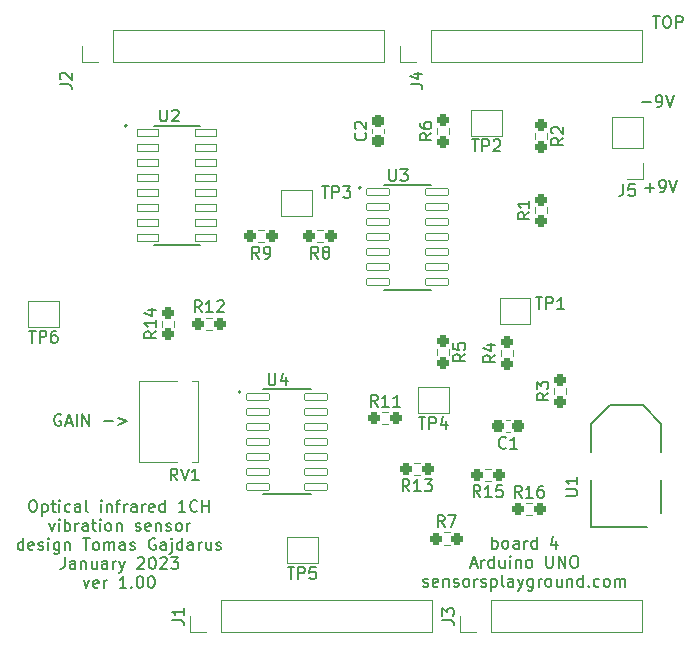
<source format=gto>
%TF.GenerationSoftware,KiCad,Pcbnew,(6.0.7)*%
%TF.CreationDate,2023-02-07T21:03:53+01:00*%
%TF.ProjectId,002 ardu ino shield,30303220-6172-4647-9520-696e6f207368,rev?*%
%TF.SameCoordinates,Original*%
%TF.FileFunction,Legend,Top*%
%TF.FilePolarity,Positive*%
%FSLAX46Y46*%
G04 Gerber Fmt 4.6, Leading zero omitted, Abs format (unit mm)*
G04 Created by KiCad (PCBNEW (6.0.7)) date 2023-02-07 21:03:53*
%MOMM*%
%LPD*%
G01*
G04 APERTURE LIST*
G04 Aperture macros list*
%AMRoundRect*
0 Rectangle with rounded corners*
0 $1 Rounding radius*
0 $2 $3 $4 $5 $6 $7 $8 $9 X,Y pos of 4 corners*
0 Add a 4 corners polygon primitive as box body*
4,1,4,$2,$3,$4,$5,$6,$7,$8,$9,$2,$3,0*
0 Add four circle primitives for the rounded corners*
1,1,$1+$1,$2,$3*
1,1,$1+$1,$4,$5*
1,1,$1+$1,$6,$7*
1,1,$1+$1,$8,$9*
0 Add four rect primitives between the rounded corners*
20,1,$1+$1,$2,$3,$4,$5,0*
20,1,$1+$1,$4,$5,$6,$7,0*
20,1,$1+$1,$6,$7,$8,$9,0*
20,1,$1+$1,$8,$9,$2,$3,0*%
G04 Aperture macros list end*
%ADD10C,0.150000*%
%ADD11C,0.120000*%
%ADD12C,0.127000*%
%ADD13C,0.200000*%
%ADD14R,1.700000X1.700000*%
%ADD15O,1.700000X1.700000*%
%ADD16C,2.500000*%
%ADD17C,1.000000*%
%ADD18C,1.500000*%
%ADD19RoundRect,0.237500X-0.250000X-0.237500X0.250000X-0.237500X0.250000X0.237500X-0.250000X0.237500X0*%
%ADD20C,1.800000*%
%ADD21RoundRect,0.042000X-0.908000X-0.258000X0.908000X-0.258000X0.908000X0.258000X-0.908000X0.258000X0*%
%ADD22RoundRect,0.042000X-0.943000X-0.258000X0.943000X-0.258000X0.943000X0.258000X-0.943000X0.258000X0*%
%ADD23RoundRect,0.237500X0.237500X-0.250000X0.237500X0.250000X-0.237500X0.250000X-0.237500X-0.250000X0*%
%ADD24RoundRect,0.237500X0.250000X0.237500X-0.250000X0.237500X-0.250000X-0.237500X0.250000X-0.237500X0*%
%ADD25C,3.200000*%
%ADD26RoundRect,0.237500X0.237500X-0.300000X0.237500X0.300000X-0.237500X0.300000X-0.237500X-0.300000X0*%
%ADD27RoundRect,0.237500X-0.237500X0.250000X-0.237500X-0.250000X0.237500X-0.250000X0.237500X0.250000X0*%
%ADD28C,1.440000*%
%ADD29RoundRect,0.237500X0.300000X0.237500X-0.300000X0.237500X-0.300000X-0.237500X0.300000X-0.237500X0*%
G04 APERTURE END LIST*
D10*
X165771428Y-46652380D02*
X166342857Y-46652380D01*
X166057142Y-47652380D02*
X166057142Y-46652380D01*
X166866666Y-46652380D02*
X167057142Y-46652380D01*
X167152380Y-46700000D01*
X167247619Y-46795238D01*
X167295238Y-46985714D01*
X167295238Y-47319047D01*
X167247619Y-47509523D01*
X167152380Y-47604761D01*
X167057142Y-47652380D01*
X166866666Y-47652380D01*
X166771428Y-47604761D01*
X166676190Y-47509523D01*
X166628571Y-47319047D01*
X166628571Y-46985714D01*
X166676190Y-46795238D01*
X166771428Y-46700000D01*
X166866666Y-46652380D01*
X167723809Y-47652380D02*
X167723809Y-46652380D01*
X168104761Y-46652380D01*
X168200000Y-46700000D01*
X168247619Y-46747619D01*
X168295238Y-46842857D01*
X168295238Y-46985714D01*
X168247619Y-47080952D01*
X168200000Y-47128571D01*
X168104761Y-47176190D01*
X167723809Y-47176190D01*
X113195238Y-87632380D02*
X113385714Y-87632380D01*
X113480952Y-87680000D01*
X113576190Y-87775238D01*
X113623809Y-87965714D01*
X113623809Y-88299047D01*
X113576190Y-88489523D01*
X113480952Y-88584761D01*
X113385714Y-88632380D01*
X113195238Y-88632380D01*
X113100000Y-88584761D01*
X113004761Y-88489523D01*
X112957142Y-88299047D01*
X112957142Y-87965714D01*
X113004761Y-87775238D01*
X113100000Y-87680000D01*
X113195238Y-87632380D01*
X114052380Y-87965714D02*
X114052380Y-88965714D01*
X114052380Y-88013333D02*
X114147619Y-87965714D01*
X114338095Y-87965714D01*
X114433333Y-88013333D01*
X114480952Y-88060952D01*
X114528571Y-88156190D01*
X114528571Y-88441904D01*
X114480952Y-88537142D01*
X114433333Y-88584761D01*
X114338095Y-88632380D01*
X114147619Y-88632380D01*
X114052380Y-88584761D01*
X114814285Y-87965714D02*
X115195238Y-87965714D01*
X114957142Y-87632380D02*
X114957142Y-88489523D01*
X115004761Y-88584761D01*
X115100000Y-88632380D01*
X115195238Y-88632380D01*
X115528571Y-88632380D02*
X115528571Y-87965714D01*
X115528571Y-87632380D02*
X115480952Y-87680000D01*
X115528571Y-87727619D01*
X115576190Y-87680000D01*
X115528571Y-87632380D01*
X115528571Y-87727619D01*
X116433333Y-88584761D02*
X116338095Y-88632380D01*
X116147619Y-88632380D01*
X116052380Y-88584761D01*
X116004761Y-88537142D01*
X115957142Y-88441904D01*
X115957142Y-88156190D01*
X116004761Y-88060952D01*
X116052380Y-88013333D01*
X116147619Y-87965714D01*
X116338095Y-87965714D01*
X116433333Y-88013333D01*
X117290476Y-88632380D02*
X117290476Y-88108571D01*
X117242857Y-88013333D01*
X117147619Y-87965714D01*
X116957142Y-87965714D01*
X116861904Y-88013333D01*
X117290476Y-88584761D02*
X117195238Y-88632380D01*
X116957142Y-88632380D01*
X116861904Y-88584761D01*
X116814285Y-88489523D01*
X116814285Y-88394285D01*
X116861904Y-88299047D01*
X116957142Y-88251428D01*
X117195238Y-88251428D01*
X117290476Y-88203809D01*
X117909523Y-88632380D02*
X117814285Y-88584761D01*
X117766666Y-88489523D01*
X117766666Y-87632380D01*
X119052380Y-88632380D02*
X119052380Y-87965714D01*
X119052380Y-87632380D02*
X119004761Y-87680000D01*
X119052380Y-87727619D01*
X119100000Y-87680000D01*
X119052380Y-87632380D01*
X119052380Y-87727619D01*
X119528571Y-87965714D02*
X119528571Y-88632380D01*
X119528571Y-88060952D02*
X119576190Y-88013333D01*
X119671428Y-87965714D01*
X119814285Y-87965714D01*
X119909523Y-88013333D01*
X119957142Y-88108571D01*
X119957142Y-88632380D01*
X120290476Y-87965714D02*
X120671428Y-87965714D01*
X120433333Y-88632380D02*
X120433333Y-87775238D01*
X120480952Y-87680000D01*
X120576190Y-87632380D01*
X120671428Y-87632380D01*
X121004761Y-88632380D02*
X121004761Y-87965714D01*
X121004761Y-88156190D02*
X121052380Y-88060952D01*
X121100000Y-88013333D01*
X121195238Y-87965714D01*
X121290476Y-87965714D01*
X122052380Y-88632380D02*
X122052380Y-88108571D01*
X122004761Y-88013333D01*
X121909523Y-87965714D01*
X121719047Y-87965714D01*
X121623809Y-88013333D01*
X122052380Y-88584761D02*
X121957142Y-88632380D01*
X121719047Y-88632380D01*
X121623809Y-88584761D01*
X121576190Y-88489523D01*
X121576190Y-88394285D01*
X121623809Y-88299047D01*
X121719047Y-88251428D01*
X121957142Y-88251428D01*
X122052380Y-88203809D01*
X122528571Y-88632380D02*
X122528571Y-87965714D01*
X122528571Y-88156190D02*
X122576190Y-88060952D01*
X122623809Y-88013333D01*
X122719047Y-87965714D01*
X122814285Y-87965714D01*
X123528571Y-88584761D02*
X123433333Y-88632380D01*
X123242857Y-88632380D01*
X123147619Y-88584761D01*
X123100000Y-88489523D01*
X123100000Y-88108571D01*
X123147619Y-88013333D01*
X123242857Y-87965714D01*
X123433333Y-87965714D01*
X123528571Y-88013333D01*
X123576190Y-88108571D01*
X123576190Y-88203809D01*
X123100000Y-88299047D01*
X124433333Y-88632380D02*
X124433333Y-87632380D01*
X124433333Y-88584761D02*
X124338095Y-88632380D01*
X124147619Y-88632380D01*
X124052380Y-88584761D01*
X124004761Y-88537142D01*
X123957142Y-88441904D01*
X123957142Y-88156190D01*
X124004761Y-88060952D01*
X124052380Y-88013333D01*
X124147619Y-87965714D01*
X124338095Y-87965714D01*
X124433333Y-88013333D01*
X126195238Y-88632380D02*
X125623809Y-88632380D01*
X125909523Y-88632380D02*
X125909523Y-87632380D01*
X125814285Y-87775238D01*
X125719047Y-87870476D01*
X125623809Y-87918095D01*
X127195238Y-88537142D02*
X127147619Y-88584761D01*
X127004761Y-88632380D01*
X126909523Y-88632380D01*
X126766666Y-88584761D01*
X126671428Y-88489523D01*
X126623809Y-88394285D01*
X126576190Y-88203809D01*
X126576190Y-88060952D01*
X126623809Y-87870476D01*
X126671428Y-87775238D01*
X126766666Y-87680000D01*
X126909523Y-87632380D01*
X127004761Y-87632380D01*
X127147619Y-87680000D01*
X127195238Y-87727619D01*
X127623809Y-88632380D02*
X127623809Y-87632380D01*
X127623809Y-88108571D02*
X128195238Y-88108571D01*
X128195238Y-88632380D02*
X128195238Y-87632380D01*
X114647619Y-89575714D02*
X114885714Y-90242380D01*
X115123809Y-89575714D01*
X115504761Y-90242380D02*
X115504761Y-89575714D01*
X115504761Y-89242380D02*
X115457142Y-89290000D01*
X115504761Y-89337619D01*
X115552380Y-89290000D01*
X115504761Y-89242380D01*
X115504761Y-89337619D01*
X115980952Y-90242380D02*
X115980952Y-89242380D01*
X115980952Y-89623333D02*
X116076190Y-89575714D01*
X116266666Y-89575714D01*
X116361904Y-89623333D01*
X116409523Y-89670952D01*
X116457142Y-89766190D01*
X116457142Y-90051904D01*
X116409523Y-90147142D01*
X116361904Y-90194761D01*
X116266666Y-90242380D01*
X116076190Y-90242380D01*
X115980952Y-90194761D01*
X116885714Y-90242380D02*
X116885714Y-89575714D01*
X116885714Y-89766190D02*
X116933333Y-89670952D01*
X116980952Y-89623333D01*
X117076190Y-89575714D01*
X117171428Y-89575714D01*
X117933333Y-90242380D02*
X117933333Y-89718571D01*
X117885714Y-89623333D01*
X117790476Y-89575714D01*
X117600000Y-89575714D01*
X117504761Y-89623333D01*
X117933333Y-90194761D02*
X117838095Y-90242380D01*
X117600000Y-90242380D01*
X117504761Y-90194761D01*
X117457142Y-90099523D01*
X117457142Y-90004285D01*
X117504761Y-89909047D01*
X117600000Y-89861428D01*
X117838095Y-89861428D01*
X117933333Y-89813809D01*
X118266666Y-89575714D02*
X118647619Y-89575714D01*
X118409523Y-89242380D02*
X118409523Y-90099523D01*
X118457142Y-90194761D01*
X118552380Y-90242380D01*
X118647619Y-90242380D01*
X118980952Y-90242380D02*
X118980952Y-89575714D01*
X118980952Y-89242380D02*
X118933333Y-89290000D01*
X118980952Y-89337619D01*
X119028571Y-89290000D01*
X118980952Y-89242380D01*
X118980952Y-89337619D01*
X119600000Y-90242380D02*
X119504761Y-90194761D01*
X119457142Y-90147142D01*
X119409523Y-90051904D01*
X119409523Y-89766190D01*
X119457142Y-89670952D01*
X119504761Y-89623333D01*
X119600000Y-89575714D01*
X119742857Y-89575714D01*
X119838095Y-89623333D01*
X119885714Y-89670952D01*
X119933333Y-89766190D01*
X119933333Y-90051904D01*
X119885714Y-90147142D01*
X119838095Y-90194761D01*
X119742857Y-90242380D01*
X119600000Y-90242380D01*
X120361904Y-89575714D02*
X120361904Y-90242380D01*
X120361904Y-89670952D02*
X120409523Y-89623333D01*
X120504761Y-89575714D01*
X120647619Y-89575714D01*
X120742857Y-89623333D01*
X120790476Y-89718571D01*
X120790476Y-90242380D01*
X121980952Y-90194761D02*
X122076190Y-90242380D01*
X122266666Y-90242380D01*
X122361904Y-90194761D01*
X122409523Y-90099523D01*
X122409523Y-90051904D01*
X122361904Y-89956666D01*
X122266666Y-89909047D01*
X122123809Y-89909047D01*
X122028571Y-89861428D01*
X121980952Y-89766190D01*
X121980952Y-89718571D01*
X122028571Y-89623333D01*
X122123809Y-89575714D01*
X122266666Y-89575714D01*
X122361904Y-89623333D01*
X123219047Y-90194761D02*
X123123809Y-90242380D01*
X122933333Y-90242380D01*
X122838095Y-90194761D01*
X122790476Y-90099523D01*
X122790476Y-89718571D01*
X122838095Y-89623333D01*
X122933333Y-89575714D01*
X123123809Y-89575714D01*
X123219047Y-89623333D01*
X123266666Y-89718571D01*
X123266666Y-89813809D01*
X122790476Y-89909047D01*
X123695238Y-89575714D02*
X123695238Y-90242380D01*
X123695238Y-89670952D02*
X123742857Y-89623333D01*
X123838095Y-89575714D01*
X123980952Y-89575714D01*
X124076190Y-89623333D01*
X124123809Y-89718571D01*
X124123809Y-90242380D01*
X124552380Y-90194761D02*
X124647619Y-90242380D01*
X124838095Y-90242380D01*
X124933333Y-90194761D01*
X124980952Y-90099523D01*
X124980952Y-90051904D01*
X124933333Y-89956666D01*
X124838095Y-89909047D01*
X124695238Y-89909047D01*
X124600000Y-89861428D01*
X124552380Y-89766190D01*
X124552380Y-89718571D01*
X124600000Y-89623333D01*
X124695238Y-89575714D01*
X124838095Y-89575714D01*
X124933333Y-89623333D01*
X125552380Y-90242380D02*
X125457142Y-90194761D01*
X125409523Y-90147142D01*
X125361904Y-90051904D01*
X125361904Y-89766190D01*
X125409523Y-89670952D01*
X125457142Y-89623333D01*
X125552380Y-89575714D01*
X125695238Y-89575714D01*
X125790476Y-89623333D01*
X125838095Y-89670952D01*
X125885714Y-89766190D01*
X125885714Y-90051904D01*
X125838095Y-90147142D01*
X125790476Y-90194761D01*
X125695238Y-90242380D01*
X125552380Y-90242380D01*
X126314285Y-90242380D02*
X126314285Y-89575714D01*
X126314285Y-89766190D02*
X126361904Y-89670952D01*
X126409523Y-89623333D01*
X126504761Y-89575714D01*
X126600000Y-89575714D01*
X112457142Y-91852380D02*
X112457142Y-90852380D01*
X112457142Y-91804761D02*
X112361904Y-91852380D01*
X112171428Y-91852380D01*
X112076190Y-91804761D01*
X112028571Y-91757142D01*
X111980952Y-91661904D01*
X111980952Y-91376190D01*
X112028571Y-91280952D01*
X112076190Y-91233333D01*
X112171428Y-91185714D01*
X112361904Y-91185714D01*
X112457142Y-91233333D01*
X113314285Y-91804761D02*
X113219047Y-91852380D01*
X113028571Y-91852380D01*
X112933333Y-91804761D01*
X112885714Y-91709523D01*
X112885714Y-91328571D01*
X112933333Y-91233333D01*
X113028571Y-91185714D01*
X113219047Y-91185714D01*
X113314285Y-91233333D01*
X113361904Y-91328571D01*
X113361904Y-91423809D01*
X112885714Y-91519047D01*
X113742857Y-91804761D02*
X113838095Y-91852380D01*
X114028571Y-91852380D01*
X114123809Y-91804761D01*
X114171428Y-91709523D01*
X114171428Y-91661904D01*
X114123809Y-91566666D01*
X114028571Y-91519047D01*
X113885714Y-91519047D01*
X113790476Y-91471428D01*
X113742857Y-91376190D01*
X113742857Y-91328571D01*
X113790476Y-91233333D01*
X113885714Y-91185714D01*
X114028571Y-91185714D01*
X114123809Y-91233333D01*
X114600000Y-91852380D02*
X114600000Y-91185714D01*
X114600000Y-90852380D02*
X114552380Y-90900000D01*
X114600000Y-90947619D01*
X114647619Y-90900000D01*
X114600000Y-90852380D01*
X114600000Y-90947619D01*
X115504761Y-91185714D02*
X115504761Y-91995238D01*
X115457142Y-92090476D01*
X115409523Y-92138095D01*
X115314285Y-92185714D01*
X115171428Y-92185714D01*
X115076190Y-92138095D01*
X115504761Y-91804761D02*
X115409523Y-91852380D01*
X115219047Y-91852380D01*
X115123809Y-91804761D01*
X115076190Y-91757142D01*
X115028571Y-91661904D01*
X115028571Y-91376190D01*
X115076190Y-91280952D01*
X115123809Y-91233333D01*
X115219047Y-91185714D01*
X115409523Y-91185714D01*
X115504761Y-91233333D01*
X115980952Y-91185714D02*
X115980952Y-91852380D01*
X115980952Y-91280952D02*
X116028571Y-91233333D01*
X116123809Y-91185714D01*
X116266666Y-91185714D01*
X116361904Y-91233333D01*
X116409523Y-91328571D01*
X116409523Y-91852380D01*
X117504761Y-90852380D02*
X118076190Y-90852380D01*
X117790476Y-91852380D02*
X117790476Y-90852380D01*
X118552380Y-91852380D02*
X118457142Y-91804761D01*
X118409523Y-91757142D01*
X118361904Y-91661904D01*
X118361904Y-91376190D01*
X118409523Y-91280952D01*
X118457142Y-91233333D01*
X118552380Y-91185714D01*
X118695238Y-91185714D01*
X118790476Y-91233333D01*
X118838095Y-91280952D01*
X118885714Y-91376190D01*
X118885714Y-91661904D01*
X118838095Y-91757142D01*
X118790476Y-91804761D01*
X118695238Y-91852380D01*
X118552380Y-91852380D01*
X119314285Y-91852380D02*
X119314285Y-91185714D01*
X119314285Y-91280952D02*
X119361904Y-91233333D01*
X119457142Y-91185714D01*
X119600000Y-91185714D01*
X119695238Y-91233333D01*
X119742857Y-91328571D01*
X119742857Y-91852380D01*
X119742857Y-91328571D02*
X119790476Y-91233333D01*
X119885714Y-91185714D01*
X120028571Y-91185714D01*
X120123809Y-91233333D01*
X120171428Y-91328571D01*
X120171428Y-91852380D01*
X121076190Y-91852380D02*
X121076190Y-91328571D01*
X121028571Y-91233333D01*
X120933333Y-91185714D01*
X120742857Y-91185714D01*
X120647619Y-91233333D01*
X121076190Y-91804761D02*
X120980952Y-91852380D01*
X120742857Y-91852380D01*
X120647619Y-91804761D01*
X120600000Y-91709523D01*
X120600000Y-91614285D01*
X120647619Y-91519047D01*
X120742857Y-91471428D01*
X120980952Y-91471428D01*
X121076190Y-91423809D01*
X121504761Y-91804761D02*
X121600000Y-91852380D01*
X121790476Y-91852380D01*
X121885714Y-91804761D01*
X121933333Y-91709523D01*
X121933333Y-91661904D01*
X121885714Y-91566666D01*
X121790476Y-91519047D01*
X121647619Y-91519047D01*
X121552380Y-91471428D01*
X121504761Y-91376190D01*
X121504761Y-91328571D01*
X121552380Y-91233333D01*
X121647619Y-91185714D01*
X121790476Y-91185714D01*
X121885714Y-91233333D01*
X123647619Y-90900000D02*
X123552380Y-90852380D01*
X123409523Y-90852380D01*
X123266666Y-90900000D01*
X123171428Y-90995238D01*
X123123809Y-91090476D01*
X123076190Y-91280952D01*
X123076190Y-91423809D01*
X123123809Y-91614285D01*
X123171428Y-91709523D01*
X123266666Y-91804761D01*
X123409523Y-91852380D01*
X123504761Y-91852380D01*
X123647619Y-91804761D01*
X123695238Y-91757142D01*
X123695238Y-91423809D01*
X123504761Y-91423809D01*
X124552380Y-91852380D02*
X124552380Y-91328571D01*
X124504761Y-91233333D01*
X124409523Y-91185714D01*
X124219047Y-91185714D01*
X124123809Y-91233333D01*
X124552380Y-91804761D02*
X124457142Y-91852380D01*
X124219047Y-91852380D01*
X124123809Y-91804761D01*
X124076190Y-91709523D01*
X124076190Y-91614285D01*
X124123809Y-91519047D01*
X124219047Y-91471428D01*
X124457142Y-91471428D01*
X124552380Y-91423809D01*
X125028571Y-91185714D02*
X125028571Y-92042857D01*
X124980952Y-92138095D01*
X124885714Y-92185714D01*
X124838095Y-92185714D01*
X125028571Y-90852380D02*
X124980952Y-90900000D01*
X125028571Y-90947619D01*
X125076190Y-90900000D01*
X125028571Y-90852380D01*
X125028571Y-90947619D01*
X125933333Y-91852380D02*
X125933333Y-90852380D01*
X125933333Y-91804761D02*
X125838095Y-91852380D01*
X125647619Y-91852380D01*
X125552380Y-91804761D01*
X125504761Y-91757142D01*
X125457142Y-91661904D01*
X125457142Y-91376190D01*
X125504761Y-91280952D01*
X125552380Y-91233333D01*
X125647619Y-91185714D01*
X125838095Y-91185714D01*
X125933333Y-91233333D01*
X126838095Y-91852380D02*
X126838095Y-91328571D01*
X126790476Y-91233333D01*
X126695238Y-91185714D01*
X126504761Y-91185714D01*
X126409523Y-91233333D01*
X126838095Y-91804761D02*
X126742857Y-91852380D01*
X126504761Y-91852380D01*
X126409523Y-91804761D01*
X126361904Y-91709523D01*
X126361904Y-91614285D01*
X126409523Y-91519047D01*
X126504761Y-91471428D01*
X126742857Y-91471428D01*
X126838095Y-91423809D01*
X127314285Y-91852380D02*
X127314285Y-91185714D01*
X127314285Y-91376190D02*
X127361904Y-91280952D01*
X127409523Y-91233333D01*
X127504761Y-91185714D01*
X127600000Y-91185714D01*
X128361904Y-91185714D02*
X128361904Y-91852380D01*
X127933333Y-91185714D02*
X127933333Y-91709523D01*
X127980952Y-91804761D01*
X128076190Y-91852380D01*
X128219047Y-91852380D01*
X128314285Y-91804761D01*
X128361904Y-91757142D01*
X128790476Y-91804761D02*
X128885714Y-91852380D01*
X129076190Y-91852380D01*
X129171428Y-91804761D01*
X129219047Y-91709523D01*
X129219047Y-91661904D01*
X129171428Y-91566666D01*
X129076190Y-91519047D01*
X128933333Y-91519047D01*
X128838095Y-91471428D01*
X128790476Y-91376190D01*
X128790476Y-91328571D01*
X128838095Y-91233333D01*
X128933333Y-91185714D01*
X129076190Y-91185714D01*
X129171428Y-91233333D01*
X115957142Y-92462380D02*
X115957142Y-93176666D01*
X115909523Y-93319523D01*
X115814285Y-93414761D01*
X115671428Y-93462380D01*
X115576190Y-93462380D01*
X116861904Y-93462380D02*
X116861904Y-92938571D01*
X116814285Y-92843333D01*
X116719047Y-92795714D01*
X116528571Y-92795714D01*
X116433333Y-92843333D01*
X116861904Y-93414761D02*
X116766666Y-93462380D01*
X116528571Y-93462380D01*
X116433333Y-93414761D01*
X116385714Y-93319523D01*
X116385714Y-93224285D01*
X116433333Y-93129047D01*
X116528571Y-93081428D01*
X116766666Y-93081428D01*
X116861904Y-93033809D01*
X117338095Y-92795714D02*
X117338095Y-93462380D01*
X117338095Y-92890952D02*
X117385714Y-92843333D01*
X117480952Y-92795714D01*
X117623809Y-92795714D01*
X117719047Y-92843333D01*
X117766666Y-92938571D01*
X117766666Y-93462380D01*
X118671428Y-92795714D02*
X118671428Y-93462380D01*
X118242857Y-92795714D02*
X118242857Y-93319523D01*
X118290476Y-93414761D01*
X118385714Y-93462380D01*
X118528571Y-93462380D01*
X118623809Y-93414761D01*
X118671428Y-93367142D01*
X119576190Y-93462380D02*
X119576190Y-92938571D01*
X119528571Y-92843333D01*
X119433333Y-92795714D01*
X119242857Y-92795714D01*
X119147619Y-92843333D01*
X119576190Y-93414761D02*
X119480952Y-93462380D01*
X119242857Y-93462380D01*
X119147619Y-93414761D01*
X119100000Y-93319523D01*
X119100000Y-93224285D01*
X119147619Y-93129047D01*
X119242857Y-93081428D01*
X119480952Y-93081428D01*
X119576190Y-93033809D01*
X120052380Y-93462380D02*
X120052380Y-92795714D01*
X120052380Y-92986190D02*
X120100000Y-92890952D01*
X120147619Y-92843333D01*
X120242857Y-92795714D01*
X120338095Y-92795714D01*
X120576190Y-92795714D02*
X120814285Y-93462380D01*
X121052380Y-92795714D02*
X120814285Y-93462380D01*
X120719047Y-93700476D01*
X120671428Y-93748095D01*
X120576190Y-93795714D01*
X122147619Y-92557619D02*
X122195238Y-92510000D01*
X122290476Y-92462380D01*
X122528571Y-92462380D01*
X122623809Y-92510000D01*
X122671428Y-92557619D01*
X122719047Y-92652857D01*
X122719047Y-92748095D01*
X122671428Y-92890952D01*
X122100000Y-93462380D01*
X122719047Y-93462380D01*
X123338095Y-92462380D02*
X123433333Y-92462380D01*
X123528571Y-92510000D01*
X123576190Y-92557619D01*
X123623809Y-92652857D01*
X123671428Y-92843333D01*
X123671428Y-93081428D01*
X123623809Y-93271904D01*
X123576190Y-93367142D01*
X123528571Y-93414761D01*
X123433333Y-93462380D01*
X123338095Y-93462380D01*
X123242857Y-93414761D01*
X123195238Y-93367142D01*
X123147619Y-93271904D01*
X123100000Y-93081428D01*
X123100000Y-92843333D01*
X123147619Y-92652857D01*
X123195238Y-92557619D01*
X123242857Y-92510000D01*
X123338095Y-92462380D01*
X124052380Y-92557619D02*
X124100000Y-92510000D01*
X124195238Y-92462380D01*
X124433333Y-92462380D01*
X124528571Y-92510000D01*
X124576190Y-92557619D01*
X124623809Y-92652857D01*
X124623809Y-92748095D01*
X124576190Y-92890952D01*
X124004761Y-93462380D01*
X124623809Y-93462380D01*
X124957142Y-92462380D02*
X125576190Y-92462380D01*
X125242857Y-92843333D01*
X125385714Y-92843333D01*
X125480952Y-92890952D01*
X125528571Y-92938571D01*
X125576190Y-93033809D01*
X125576190Y-93271904D01*
X125528571Y-93367142D01*
X125480952Y-93414761D01*
X125385714Y-93462380D01*
X125100000Y-93462380D01*
X125004761Y-93414761D01*
X124957142Y-93367142D01*
X117576190Y-94405714D02*
X117814285Y-95072380D01*
X118052380Y-94405714D01*
X118814285Y-95024761D02*
X118719047Y-95072380D01*
X118528571Y-95072380D01*
X118433333Y-95024761D01*
X118385714Y-94929523D01*
X118385714Y-94548571D01*
X118433333Y-94453333D01*
X118528571Y-94405714D01*
X118719047Y-94405714D01*
X118814285Y-94453333D01*
X118861904Y-94548571D01*
X118861904Y-94643809D01*
X118385714Y-94739047D01*
X119290476Y-95072380D02*
X119290476Y-94405714D01*
X119290476Y-94596190D02*
X119338095Y-94500952D01*
X119385714Y-94453333D01*
X119480952Y-94405714D01*
X119576190Y-94405714D01*
X121195238Y-95072380D02*
X120623809Y-95072380D01*
X120909523Y-95072380D02*
X120909523Y-94072380D01*
X120814285Y-94215238D01*
X120719047Y-94310476D01*
X120623809Y-94358095D01*
X121623809Y-94977142D02*
X121671428Y-95024761D01*
X121623809Y-95072380D01*
X121576190Y-95024761D01*
X121623809Y-94977142D01*
X121623809Y-95072380D01*
X122290476Y-94072380D02*
X122385714Y-94072380D01*
X122480952Y-94120000D01*
X122528571Y-94167619D01*
X122576190Y-94262857D01*
X122623809Y-94453333D01*
X122623809Y-94691428D01*
X122576190Y-94881904D01*
X122528571Y-94977142D01*
X122480952Y-95024761D01*
X122385714Y-95072380D01*
X122290476Y-95072380D01*
X122195238Y-95024761D01*
X122147619Y-94977142D01*
X122100000Y-94881904D01*
X122052380Y-94691428D01*
X122052380Y-94453333D01*
X122100000Y-94262857D01*
X122147619Y-94167619D01*
X122195238Y-94120000D01*
X122290476Y-94072380D01*
X123242857Y-94072380D02*
X123338095Y-94072380D01*
X123433333Y-94120000D01*
X123480952Y-94167619D01*
X123528571Y-94262857D01*
X123576190Y-94453333D01*
X123576190Y-94691428D01*
X123528571Y-94881904D01*
X123480952Y-94977142D01*
X123433333Y-95024761D01*
X123338095Y-95072380D01*
X123242857Y-95072380D01*
X123147619Y-95024761D01*
X123100000Y-94977142D01*
X123052380Y-94881904D01*
X123004761Y-94691428D01*
X123004761Y-94453333D01*
X123052380Y-94262857D01*
X123100000Y-94167619D01*
X123147619Y-94120000D01*
X123242857Y-94072380D01*
X115652380Y-80400000D02*
X115557142Y-80352380D01*
X115414285Y-80352380D01*
X115271428Y-80400000D01*
X115176190Y-80495238D01*
X115128571Y-80590476D01*
X115080952Y-80780952D01*
X115080952Y-80923809D01*
X115128571Y-81114285D01*
X115176190Y-81209523D01*
X115271428Y-81304761D01*
X115414285Y-81352380D01*
X115509523Y-81352380D01*
X115652380Y-81304761D01*
X115700000Y-81257142D01*
X115700000Y-80923809D01*
X115509523Y-80923809D01*
X116080952Y-81066666D02*
X116557142Y-81066666D01*
X115985714Y-81352380D02*
X116319047Y-80352380D01*
X116652380Y-81352380D01*
X116985714Y-81352380D02*
X116985714Y-80352380D01*
X117461904Y-81352380D02*
X117461904Y-80352380D01*
X118033333Y-81352380D01*
X118033333Y-80352380D01*
X119271428Y-80971428D02*
X120033333Y-80971428D01*
X120509523Y-80685714D02*
X121271428Y-80971428D01*
X120509523Y-81257142D01*
X164814285Y-53971428D02*
X165576190Y-53971428D01*
X166100000Y-54352380D02*
X166290476Y-54352380D01*
X166385714Y-54304761D01*
X166433333Y-54257142D01*
X166528571Y-54114285D01*
X166576190Y-53923809D01*
X166576190Y-53542857D01*
X166528571Y-53447619D01*
X166480952Y-53400000D01*
X166385714Y-53352380D01*
X166195238Y-53352380D01*
X166100000Y-53400000D01*
X166052380Y-53447619D01*
X166004761Y-53542857D01*
X166004761Y-53780952D01*
X166052380Y-53876190D01*
X166100000Y-53923809D01*
X166195238Y-53971428D01*
X166385714Y-53971428D01*
X166480952Y-53923809D01*
X166528571Y-53876190D01*
X166576190Y-53780952D01*
X166861904Y-53352380D02*
X167195238Y-54352380D01*
X167528571Y-53352380D01*
X165114285Y-61171428D02*
X165876190Y-61171428D01*
X165495238Y-61552380D02*
X165495238Y-60790476D01*
X166400000Y-61552380D02*
X166590476Y-61552380D01*
X166685714Y-61504761D01*
X166733333Y-61457142D01*
X166828571Y-61314285D01*
X166876190Y-61123809D01*
X166876190Y-60742857D01*
X166828571Y-60647619D01*
X166780952Y-60600000D01*
X166685714Y-60552380D01*
X166495238Y-60552380D01*
X166400000Y-60600000D01*
X166352380Y-60647619D01*
X166304761Y-60742857D01*
X166304761Y-60980952D01*
X166352380Y-61076190D01*
X166400000Y-61123809D01*
X166495238Y-61171428D01*
X166685714Y-61171428D01*
X166780952Y-61123809D01*
X166828571Y-61076190D01*
X166876190Y-60980952D01*
X167161904Y-60552380D02*
X167495238Y-61552380D01*
X167828571Y-60552380D01*
X152161904Y-91742380D02*
X152161904Y-90742380D01*
X152161904Y-91123333D02*
X152257142Y-91075714D01*
X152447619Y-91075714D01*
X152542857Y-91123333D01*
X152590476Y-91170952D01*
X152638095Y-91266190D01*
X152638095Y-91551904D01*
X152590476Y-91647142D01*
X152542857Y-91694761D01*
X152447619Y-91742380D01*
X152257142Y-91742380D01*
X152161904Y-91694761D01*
X153209523Y-91742380D02*
X153114285Y-91694761D01*
X153066666Y-91647142D01*
X153019047Y-91551904D01*
X153019047Y-91266190D01*
X153066666Y-91170952D01*
X153114285Y-91123333D01*
X153209523Y-91075714D01*
X153352380Y-91075714D01*
X153447619Y-91123333D01*
X153495238Y-91170952D01*
X153542857Y-91266190D01*
X153542857Y-91551904D01*
X153495238Y-91647142D01*
X153447619Y-91694761D01*
X153352380Y-91742380D01*
X153209523Y-91742380D01*
X154400000Y-91742380D02*
X154400000Y-91218571D01*
X154352380Y-91123333D01*
X154257142Y-91075714D01*
X154066666Y-91075714D01*
X153971428Y-91123333D01*
X154400000Y-91694761D02*
X154304761Y-91742380D01*
X154066666Y-91742380D01*
X153971428Y-91694761D01*
X153923809Y-91599523D01*
X153923809Y-91504285D01*
X153971428Y-91409047D01*
X154066666Y-91361428D01*
X154304761Y-91361428D01*
X154400000Y-91313809D01*
X154876190Y-91742380D02*
X154876190Y-91075714D01*
X154876190Y-91266190D02*
X154923809Y-91170952D01*
X154971428Y-91123333D01*
X155066666Y-91075714D01*
X155161904Y-91075714D01*
X155923809Y-91742380D02*
X155923809Y-90742380D01*
X155923809Y-91694761D02*
X155828571Y-91742380D01*
X155638095Y-91742380D01*
X155542857Y-91694761D01*
X155495238Y-91647142D01*
X155447619Y-91551904D01*
X155447619Y-91266190D01*
X155495238Y-91170952D01*
X155542857Y-91123333D01*
X155638095Y-91075714D01*
X155828571Y-91075714D01*
X155923809Y-91123333D01*
X157590476Y-91075714D02*
X157590476Y-91742380D01*
X157352380Y-90694761D02*
X157114285Y-91409047D01*
X157733333Y-91409047D01*
X150352380Y-93066666D02*
X150828571Y-93066666D01*
X150257142Y-93352380D02*
X150590476Y-92352380D01*
X150923809Y-93352380D01*
X151257142Y-93352380D02*
X151257142Y-92685714D01*
X151257142Y-92876190D02*
X151304761Y-92780952D01*
X151352380Y-92733333D01*
X151447619Y-92685714D01*
X151542857Y-92685714D01*
X152304761Y-93352380D02*
X152304761Y-92352380D01*
X152304761Y-93304761D02*
X152209523Y-93352380D01*
X152019047Y-93352380D01*
X151923809Y-93304761D01*
X151876190Y-93257142D01*
X151828571Y-93161904D01*
X151828571Y-92876190D01*
X151876190Y-92780952D01*
X151923809Y-92733333D01*
X152019047Y-92685714D01*
X152209523Y-92685714D01*
X152304761Y-92733333D01*
X153209523Y-92685714D02*
X153209523Y-93352380D01*
X152780952Y-92685714D02*
X152780952Y-93209523D01*
X152828571Y-93304761D01*
X152923809Y-93352380D01*
X153066666Y-93352380D01*
X153161904Y-93304761D01*
X153209523Y-93257142D01*
X153685714Y-93352380D02*
X153685714Y-92685714D01*
X153685714Y-92352380D02*
X153638095Y-92400000D01*
X153685714Y-92447619D01*
X153733333Y-92400000D01*
X153685714Y-92352380D01*
X153685714Y-92447619D01*
X154161904Y-92685714D02*
X154161904Y-93352380D01*
X154161904Y-92780952D02*
X154209523Y-92733333D01*
X154304761Y-92685714D01*
X154447619Y-92685714D01*
X154542857Y-92733333D01*
X154590476Y-92828571D01*
X154590476Y-93352380D01*
X155209523Y-93352380D02*
X155114285Y-93304761D01*
X155066666Y-93257142D01*
X155019047Y-93161904D01*
X155019047Y-92876190D01*
X155066666Y-92780952D01*
X155114285Y-92733333D01*
X155209523Y-92685714D01*
X155352380Y-92685714D01*
X155447619Y-92733333D01*
X155495238Y-92780952D01*
X155542857Y-92876190D01*
X155542857Y-93161904D01*
X155495238Y-93257142D01*
X155447619Y-93304761D01*
X155352380Y-93352380D01*
X155209523Y-93352380D01*
X156733333Y-92352380D02*
X156733333Y-93161904D01*
X156780952Y-93257142D01*
X156828571Y-93304761D01*
X156923809Y-93352380D01*
X157114285Y-93352380D01*
X157209523Y-93304761D01*
X157257142Y-93257142D01*
X157304761Y-93161904D01*
X157304761Y-92352380D01*
X157780952Y-93352380D02*
X157780952Y-92352380D01*
X158352380Y-93352380D01*
X158352380Y-92352380D01*
X159019047Y-92352380D02*
X159209523Y-92352380D01*
X159304761Y-92400000D01*
X159400000Y-92495238D01*
X159447619Y-92685714D01*
X159447619Y-93019047D01*
X159400000Y-93209523D01*
X159304761Y-93304761D01*
X159209523Y-93352380D01*
X159019047Y-93352380D01*
X158923809Y-93304761D01*
X158828571Y-93209523D01*
X158780952Y-93019047D01*
X158780952Y-92685714D01*
X158828571Y-92495238D01*
X158923809Y-92400000D01*
X159019047Y-92352380D01*
X146328571Y-94914761D02*
X146423809Y-94962380D01*
X146614285Y-94962380D01*
X146709523Y-94914761D01*
X146757142Y-94819523D01*
X146757142Y-94771904D01*
X146709523Y-94676666D01*
X146614285Y-94629047D01*
X146471428Y-94629047D01*
X146376190Y-94581428D01*
X146328571Y-94486190D01*
X146328571Y-94438571D01*
X146376190Y-94343333D01*
X146471428Y-94295714D01*
X146614285Y-94295714D01*
X146709523Y-94343333D01*
X147566666Y-94914761D02*
X147471428Y-94962380D01*
X147280952Y-94962380D01*
X147185714Y-94914761D01*
X147138095Y-94819523D01*
X147138095Y-94438571D01*
X147185714Y-94343333D01*
X147280952Y-94295714D01*
X147471428Y-94295714D01*
X147566666Y-94343333D01*
X147614285Y-94438571D01*
X147614285Y-94533809D01*
X147138095Y-94629047D01*
X148042857Y-94295714D02*
X148042857Y-94962380D01*
X148042857Y-94390952D02*
X148090476Y-94343333D01*
X148185714Y-94295714D01*
X148328571Y-94295714D01*
X148423809Y-94343333D01*
X148471428Y-94438571D01*
X148471428Y-94962380D01*
X148900000Y-94914761D02*
X148995238Y-94962380D01*
X149185714Y-94962380D01*
X149280952Y-94914761D01*
X149328571Y-94819523D01*
X149328571Y-94771904D01*
X149280952Y-94676666D01*
X149185714Y-94629047D01*
X149042857Y-94629047D01*
X148947619Y-94581428D01*
X148900000Y-94486190D01*
X148900000Y-94438571D01*
X148947619Y-94343333D01*
X149042857Y-94295714D01*
X149185714Y-94295714D01*
X149280952Y-94343333D01*
X149900000Y-94962380D02*
X149804761Y-94914761D01*
X149757142Y-94867142D01*
X149709523Y-94771904D01*
X149709523Y-94486190D01*
X149757142Y-94390952D01*
X149804761Y-94343333D01*
X149900000Y-94295714D01*
X150042857Y-94295714D01*
X150138095Y-94343333D01*
X150185714Y-94390952D01*
X150233333Y-94486190D01*
X150233333Y-94771904D01*
X150185714Y-94867142D01*
X150138095Y-94914761D01*
X150042857Y-94962380D01*
X149900000Y-94962380D01*
X150661904Y-94962380D02*
X150661904Y-94295714D01*
X150661904Y-94486190D02*
X150709523Y-94390952D01*
X150757142Y-94343333D01*
X150852380Y-94295714D01*
X150947619Y-94295714D01*
X151233333Y-94914761D02*
X151328571Y-94962380D01*
X151519047Y-94962380D01*
X151614285Y-94914761D01*
X151661904Y-94819523D01*
X151661904Y-94771904D01*
X151614285Y-94676666D01*
X151519047Y-94629047D01*
X151376190Y-94629047D01*
X151280952Y-94581428D01*
X151233333Y-94486190D01*
X151233333Y-94438571D01*
X151280952Y-94343333D01*
X151376190Y-94295714D01*
X151519047Y-94295714D01*
X151614285Y-94343333D01*
X152090476Y-94295714D02*
X152090476Y-95295714D01*
X152090476Y-94343333D02*
X152185714Y-94295714D01*
X152376190Y-94295714D01*
X152471428Y-94343333D01*
X152519047Y-94390952D01*
X152566666Y-94486190D01*
X152566666Y-94771904D01*
X152519047Y-94867142D01*
X152471428Y-94914761D01*
X152376190Y-94962380D01*
X152185714Y-94962380D01*
X152090476Y-94914761D01*
X153138095Y-94962380D02*
X153042857Y-94914761D01*
X152995238Y-94819523D01*
X152995238Y-93962380D01*
X153947619Y-94962380D02*
X153947619Y-94438571D01*
X153900000Y-94343333D01*
X153804761Y-94295714D01*
X153614285Y-94295714D01*
X153519047Y-94343333D01*
X153947619Y-94914761D02*
X153852380Y-94962380D01*
X153614285Y-94962380D01*
X153519047Y-94914761D01*
X153471428Y-94819523D01*
X153471428Y-94724285D01*
X153519047Y-94629047D01*
X153614285Y-94581428D01*
X153852380Y-94581428D01*
X153947619Y-94533809D01*
X154328571Y-94295714D02*
X154566666Y-94962380D01*
X154804761Y-94295714D02*
X154566666Y-94962380D01*
X154471428Y-95200476D01*
X154423809Y-95248095D01*
X154328571Y-95295714D01*
X155614285Y-94295714D02*
X155614285Y-95105238D01*
X155566666Y-95200476D01*
X155519047Y-95248095D01*
X155423809Y-95295714D01*
X155280952Y-95295714D01*
X155185714Y-95248095D01*
X155614285Y-94914761D02*
X155519047Y-94962380D01*
X155328571Y-94962380D01*
X155233333Y-94914761D01*
X155185714Y-94867142D01*
X155138095Y-94771904D01*
X155138095Y-94486190D01*
X155185714Y-94390952D01*
X155233333Y-94343333D01*
X155328571Y-94295714D01*
X155519047Y-94295714D01*
X155614285Y-94343333D01*
X156090476Y-94962380D02*
X156090476Y-94295714D01*
X156090476Y-94486190D02*
X156138095Y-94390952D01*
X156185714Y-94343333D01*
X156280952Y-94295714D01*
X156376190Y-94295714D01*
X156852380Y-94962380D02*
X156757142Y-94914761D01*
X156709523Y-94867142D01*
X156661904Y-94771904D01*
X156661904Y-94486190D01*
X156709523Y-94390952D01*
X156757142Y-94343333D01*
X156852380Y-94295714D01*
X156995238Y-94295714D01*
X157090476Y-94343333D01*
X157138095Y-94390952D01*
X157185714Y-94486190D01*
X157185714Y-94771904D01*
X157138095Y-94867142D01*
X157090476Y-94914761D01*
X156995238Y-94962380D01*
X156852380Y-94962380D01*
X158042857Y-94295714D02*
X158042857Y-94962380D01*
X157614285Y-94295714D02*
X157614285Y-94819523D01*
X157661904Y-94914761D01*
X157757142Y-94962380D01*
X157900000Y-94962380D01*
X157995238Y-94914761D01*
X158042857Y-94867142D01*
X158519047Y-94295714D02*
X158519047Y-94962380D01*
X158519047Y-94390952D02*
X158566666Y-94343333D01*
X158661904Y-94295714D01*
X158804761Y-94295714D01*
X158900000Y-94343333D01*
X158947619Y-94438571D01*
X158947619Y-94962380D01*
X159852380Y-94962380D02*
X159852380Y-93962380D01*
X159852380Y-94914761D02*
X159757142Y-94962380D01*
X159566666Y-94962380D01*
X159471428Y-94914761D01*
X159423809Y-94867142D01*
X159376190Y-94771904D01*
X159376190Y-94486190D01*
X159423809Y-94390952D01*
X159471428Y-94343333D01*
X159566666Y-94295714D01*
X159757142Y-94295714D01*
X159852380Y-94343333D01*
X160328571Y-94867142D02*
X160376190Y-94914761D01*
X160328571Y-94962380D01*
X160280952Y-94914761D01*
X160328571Y-94867142D01*
X160328571Y-94962380D01*
X161233333Y-94914761D02*
X161138095Y-94962380D01*
X160947619Y-94962380D01*
X160852380Y-94914761D01*
X160804761Y-94867142D01*
X160757142Y-94771904D01*
X160757142Y-94486190D01*
X160804761Y-94390952D01*
X160852380Y-94343333D01*
X160947619Y-94295714D01*
X161138095Y-94295714D01*
X161233333Y-94343333D01*
X161804761Y-94962380D02*
X161709523Y-94914761D01*
X161661904Y-94867142D01*
X161614285Y-94771904D01*
X161614285Y-94486190D01*
X161661904Y-94390952D01*
X161709523Y-94343333D01*
X161804761Y-94295714D01*
X161947619Y-94295714D01*
X162042857Y-94343333D01*
X162090476Y-94390952D01*
X162138095Y-94486190D01*
X162138095Y-94771904D01*
X162090476Y-94867142D01*
X162042857Y-94914761D01*
X161947619Y-94962380D01*
X161804761Y-94962380D01*
X162566666Y-94962380D02*
X162566666Y-94295714D01*
X162566666Y-94390952D02*
X162614285Y-94343333D01*
X162709523Y-94295714D01*
X162852380Y-94295714D01*
X162947619Y-94343333D01*
X162995238Y-94438571D01*
X162995238Y-94962380D01*
X162995238Y-94438571D02*
X163042857Y-94343333D01*
X163138095Y-94295714D01*
X163280952Y-94295714D01*
X163376190Y-94343333D01*
X163423809Y-94438571D01*
X163423809Y-94962380D01*
X125062380Y-97793333D02*
X125776666Y-97793333D01*
X125919523Y-97840952D01*
X126014761Y-97936190D01*
X126062380Y-98079047D01*
X126062380Y-98174285D01*
X126062380Y-96793333D02*
X126062380Y-97364761D01*
X126062380Y-97079047D02*
X125062380Y-97079047D01*
X125205238Y-97174285D01*
X125300476Y-97269523D01*
X125348095Y-97364761D01*
X147922380Y-97793333D02*
X148636666Y-97793333D01*
X148779523Y-97840952D01*
X148874761Y-97936190D01*
X148922380Y-98079047D01*
X148922380Y-98174285D01*
X147922380Y-97412380D02*
X147922380Y-96793333D01*
X148303333Y-97126666D01*
X148303333Y-96983809D01*
X148350952Y-96888571D01*
X148398571Y-96840952D01*
X148493809Y-96793333D01*
X148731904Y-96793333D01*
X148827142Y-96840952D01*
X148874761Y-96888571D01*
X148922380Y-96983809D01*
X148922380Y-97269523D01*
X148874761Y-97364761D01*
X148827142Y-97412380D01*
X115552380Y-52433333D02*
X116266666Y-52433333D01*
X116409523Y-52480952D01*
X116504761Y-52576190D01*
X116552380Y-52719047D01*
X116552380Y-52814285D01*
X115647619Y-52004761D02*
X115600000Y-51957142D01*
X115552380Y-51861904D01*
X115552380Y-51623809D01*
X115600000Y-51528571D01*
X115647619Y-51480952D01*
X115742857Y-51433333D01*
X115838095Y-51433333D01*
X115980952Y-51480952D01*
X116552380Y-52052380D01*
X116552380Y-51433333D01*
X145252380Y-52433333D02*
X145966666Y-52433333D01*
X146109523Y-52480952D01*
X146204761Y-52576190D01*
X146252380Y-52719047D01*
X146252380Y-52814285D01*
X145585714Y-51528571D02*
X146252380Y-51528571D01*
X145204761Y-51766666D02*
X145919047Y-52004761D01*
X145919047Y-51385714D01*
X158375361Y-87288598D02*
X159188225Y-87288598D01*
X159283856Y-87240782D01*
X159331671Y-87192967D01*
X159379487Y-87097336D01*
X159379487Y-86906074D01*
X159331671Y-86810443D01*
X159283856Y-86762627D01*
X159188225Y-86714812D01*
X158375361Y-86714812D01*
X159379487Y-85710686D02*
X159379487Y-86284472D01*
X159379487Y-85997579D02*
X158375361Y-85997579D01*
X158518808Y-86093210D01*
X158614439Y-86188841D01*
X158662254Y-86284472D01*
X163266666Y-60882380D02*
X163266666Y-61596666D01*
X163219047Y-61739523D01*
X163123809Y-61834761D01*
X162980952Y-61882380D01*
X162885714Y-61882380D01*
X164219047Y-60882380D02*
X163742857Y-60882380D01*
X163695238Y-61358571D01*
X163742857Y-61310952D01*
X163838095Y-61263333D01*
X164076190Y-61263333D01*
X164171428Y-61310952D01*
X164219047Y-61358571D01*
X164266666Y-61453809D01*
X164266666Y-61691904D01*
X164219047Y-61787142D01*
X164171428Y-61834761D01*
X164076190Y-61882380D01*
X163838095Y-61882380D01*
X163742857Y-61834761D01*
X163695238Y-61787142D01*
X154657142Y-87422380D02*
X154323809Y-86946190D01*
X154085714Y-87422380D02*
X154085714Y-86422380D01*
X154466666Y-86422380D01*
X154561904Y-86470000D01*
X154609523Y-86517619D01*
X154657142Y-86612857D01*
X154657142Y-86755714D01*
X154609523Y-86850952D01*
X154561904Y-86898571D01*
X154466666Y-86946190D01*
X154085714Y-86946190D01*
X155609523Y-87422380D02*
X155038095Y-87422380D01*
X155323809Y-87422380D02*
X155323809Y-86422380D01*
X155228571Y-86565238D01*
X155133333Y-86660476D01*
X155038095Y-86708095D01*
X156466666Y-86422380D02*
X156276190Y-86422380D01*
X156180952Y-86470000D01*
X156133333Y-86517619D01*
X156038095Y-86660476D01*
X155990476Y-86850952D01*
X155990476Y-87231904D01*
X156038095Y-87327142D01*
X156085714Y-87374761D01*
X156180952Y-87422380D01*
X156371428Y-87422380D01*
X156466666Y-87374761D01*
X156514285Y-87327142D01*
X156561904Y-87231904D01*
X156561904Y-86993809D01*
X156514285Y-86898571D01*
X156466666Y-86850952D01*
X156371428Y-86803333D01*
X156180952Y-86803333D01*
X156085714Y-86850952D01*
X156038095Y-86898571D01*
X155990476Y-86993809D01*
X112938095Y-73302380D02*
X113509523Y-73302380D01*
X113223809Y-74302380D02*
X113223809Y-73302380D01*
X113842857Y-74302380D02*
X113842857Y-73302380D01*
X114223809Y-73302380D01*
X114319047Y-73350000D01*
X114366666Y-73397619D01*
X114414285Y-73492857D01*
X114414285Y-73635714D01*
X114366666Y-73730952D01*
X114319047Y-73778571D01*
X114223809Y-73826190D01*
X113842857Y-73826190D01*
X115271428Y-73302380D02*
X115080952Y-73302380D01*
X114985714Y-73350000D01*
X114938095Y-73397619D01*
X114842857Y-73540476D01*
X114795238Y-73730952D01*
X114795238Y-74111904D01*
X114842857Y-74207142D01*
X114890476Y-74254761D01*
X114985714Y-74302380D01*
X115176190Y-74302380D01*
X115271428Y-74254761D01*
X115319047Y-74207142D01*
X115366666Y-74111904D01*
X115366666Y-73873809D01*
X115319047Y-73778571D01*
X115271428Y-73730952D01*
X115176190Y-73683333D01*
X114985714Y-73683333D01*
X114890476Y-73730952D01*
X114842857Y-73778571D01*
X114795238Y-73873809D01*
X134838095Y-93302380D02*
X135409523Y-93302380D01*
X135123809Y-94302380D02*
X135123809Y-93302380D01*
X135742857Y-94302380D02*
X135742857Y-93302380D01*
X136123809Y-93302380D01*
X136219047Y-93350000D01*
X136266666Y-93397619D01*
X136314285Y-93492857D01*
X136314285Y-93635714D01*
X136266666Y-93730952D01*
X136219047Y-93778571D01*
X136123809Y-93826190D01*
X135742857Y-93826190D01*
X137219047Y-93302380D02*
X136742857Y-93302380D01*
X136695238Y-93778571D01*
X136742857Y-93730952D01*
X136838095Y-93683333D01*
X137076190Y-93683333D01*
X137171428Y-93730952D01*
X137219047Y-93778571D01*
X137266666Y-93873809D01*
X137266666Y-94111904D01*
X137219047Y-94207142D01*
X137171428Y-94254761D01*
X137076190Y-94302380D01*
X136838095Y-94302380D01*
X136742857Y-94254761D01*
X136695238Y-94207142D01*
X150438095Y-57102380D02*
X151009523Y-57102380D01*
X150723809Y-58102380D02*
X150723809Y-57102380D01*
X151342857Y-58102380D02*
X151342857Y-57102380D01*
X151723809Y-57102380D01*
X151819047Y-57150000D01*
X151866666Y-57197619D01*
X151914285Y-57292857D01*
X151914285Y-57435714D01*
X151866666Y-57530952D01*
X151819047Y-57578571D01*
X151723809Y-57626190D01*
X151342857Y-57626190D01*
X152295238Y-57197619D02*
X152342857Y-57150000D01*
X152438095Y-57102380D01*
X152676190Y-57102380D01*
X152771428Y-57150000D01*
X152819047Y-57197619D01*
X152866666Y-57292857D01*
X152866666Y-57388095D01*
X152819047Y-57530952D01*
X152247619Y-58102380D01*
X152866666Y-58102380D01*
X124063095Y-54575380D02*
X124063095Y-55384904D01*
X124110714Y-55480142D01*
X124158333Y-55527761D01*
X124253571Y-55575380D01*
X124444047Y-55575380D01*
X124539285Y-55527761D01*
X124586904Y-55480142D01*
X124634523Y-55384904D01*
X124634523Y-54575380D01*
X125063095Y-54670619D02*
X125110714Y-54623000D01*
X125205952Y-54575380D01*
X125444047Y-54575380D01*
X125539285Y-54623000D01*
X125586904Y-54670619D01*
X125634523Y-54765857D01*
X125634523Y-54861095D01*
X125586904Y-55003952D01*
X125015476Y-55575380D01*
X125634523Y-55575380D01*
X133243095Y-76910380D02*
X133243095Y-77719904D01*
X133290714Y-77815142D01*
X133338333Y-77862761D01*
X133433571Y-77910380D01*
X133624047Y-77910380D01*
X133719285Y-77862761D01*
X133766904Y-77815142D01*
X133814523Y-77719904D01*
X133814523Y-76910380D01*
X134719285Y-77243714D02*
X134719285Y-77910380D01*
X134481190Y-76862761D02*
X134243095Y-77577047D01*
X134862142Y-77577047D01*
X152422380Y-75366666D02*
X151946190Y-75700000D01*
X152422380Y-75938095D02*
X151422380Y-75938095D01*
X151422380Y-75557142D01*
X151470000Y-75461904D01*
X151517619Y-75414285D01*
X151612857Y-75366666D01*
X151755714Y-75366666D01*
X151850952Y-75414285D01*
X151898571Y-75461904D01*
X151946190Y-75557142D01*
X151946190Y-75938095D01*
X151755714Y-74509523D02*
X152422380Y-74509523D01*
X151374761Y-74747619D02*
X152089047Y-74985714D01*
X152089047Y-74366666D01*
X132433333Y-67182380D02*
X132100000Y-66706190D01*
X131861904Y-67182380D02*
X131861904Y-66182380D01*
X132242857Y-66182380D01*
X132338095Y-66230000D01*
X132385714Y-66277619D01*
X132433333Y-66372857D01*
X132433333Y-66515714D01*
X132385714Y-66610952D01*
X132338095Y-66658571D01*
X132242857Y-66706190D01*
X131861904Y-66706190D01*
X132909523Y-67182380D02*
X133100000Y-67182380D01*
X133195238Y-67134761D01*
X133242857Y-67087142D01*
X133338095Y-66944285D01*
X133385714Y-66753809D01*
X133385714Y-66372857D01*
X133338095Y-66277619D01*
X133290476Y-66230000D01*
X133195238Y-66182380D01*
X133004761Y-66182380D01*
X132909523Y-66230000D01*
X132861904Y-66277619D01*
X132814285Y-66372857D01*
X132814285Y-66610952D01*
X132861904Y-66706190D01*
X132909523Y-66753809D01*
X133004761Y-66801428D01*
X133195238Y-66801428D01*
X133290476Y-66753809D01*
X133338095Y-66706190D01*
X133385714Y-66610952D01*
X156922380Y-78566666D02*
X156446190Y-78900000D01*
X156922380Y-79138095D02*
X155922380Y-79138095D01*
X155922380Y-78757142D01*
X155970000Y-78661904D01*
X156017619Y-78614285D01*
X156112857Y-78566666D01*
X156255714Y-78566666D01*
X156350952Y-78614285D01*
X156398571Y-78661904D01*
X156446190Y-78757142D01*
X156446190Y-79138095D01*
X155922380Y-78233333D02*
X155922380Y-77614285D01*
X156303333Y-77947619D01*
X156303333Y-77804761D01*
X156350952Y-77709523D01*
X156398571Y-77661904D01*
X156493809Y-77614285D01*
X156731904Y-77614285D01*
X156827142Y-77661904D01*
X156874761Y-77709523D01*
X156922380Y-77804761D01*
X156922380Y-78090476D01*
X156874761Y-78185714D01*
X156827142Y-78233333D01*
X141427142Y-56566666D02*
X141474761Y-56614285D01*
X141522380Y-56757142D01*
X141522380Y-56852380D01*
X141474761Y-56995238D01*
X141379523Y-57090476D01*
X141284285Y-57138095D01*
X141093809Y-57185714D01*
X140950952Y-57185714D01*
X140760476Y-57138095D01*
X140665238Y-57090476D01*
X140570000Y-56995238D01*
X140522380Y-56852380D01*
X140522380Y-56757142D01*
X140570000Y-56614285D01*
X140617619Y-56566666D01*
X140617619Y-56185714D02*
X140570000Y-56138095D01*
X140522380Y-56042857D01*
X140522380Y-55804761D01*
X140570000Y-55709523D01*
X140617619Y-55661904D01*
X140712857Y-55614285D01*
X140808095Y-55614285D01*
X140950952Y-55661904D01*
X141522380Y-56233333D01*
X141522380Y-55614285D01*
X123722380Y-73342857D02*
X123246190Y-73676190D01*
X123722380Y-73914285D02*
X122722380Y-73914285D01*
X122722380Y-73533333D01*
X122770000Y-73438095D01*
X122817619Y-73390476D01*
X122912857Y-73342857D01*
X123055714Y-73342857D01*
X123150952Y-73390476D01*
X123198571Y-73438095D01*
X123246190Y-73533333D01*
X123246190Y-73914285D01*
X123722380Y-72390476D02*
X123722380Y-72961904D01*
X123722380Y-72676190D02*
X122722380Y-72676190D01*
X122865238Y-72771428D01*
X122960476Y-72866666D01*
X123008095Y-72961904D01*
X123055714Y-71533333D02*
X123722380Y-71533333D01*
X122674761Y-71771428D02*
X123389047Y-72009523D01*
X123389047Y-71390476D01*
X127557142Y-71722380D02*
X127223809Y-71246190D01*
X126985714Y-71722380D02*
X126985714Y-70722380D01*
X127366666Y-70722380D01*
X127461904Y-70770000D01*
X127509523Y-70817619D01*
X127557142Y-70912857D01*
X127557142Y-71055714D01*
X127509523Y-71150952D01*
X127461904Y-71198571D01*
X127366666Y-71246190D01*
X126985714Y-71246190D01*
X128509523Y-71722380D02*
X127938095Y-71722380D01*
X128223809Y-71722380D02*
X128223809Y-70722380D01*
X128128571Y-70865238D01*
X128033333Y-70960476D01*
X127938095Y-71008095D01*
X128890476Y-70817619D02*
X128938095Y-70770000D01*
X129033333Y-70722380D01*
X129271428Y-70722380D01*
X129366666Y-70770000D01*
X129414285Y-70817619D01*
X129461904Y-70912857D01*
X129461904Y-71008095D01*
X129414285Y-71150952D01*
X128842857Y-71722380D01*
X129461904Y-71722380D01*
X143443095Y-59610380D02*
X143443095Y-60419904D01*
X143490714Y-60515142D01*
X143538333Y-60562761D01*
X143633571Y-60610380D01*
X143824047Y-60610380D01*
X143919285Y-60562761D01*
X143966904Y-60515142D01*
X144014523Y-60419904D01*
X144014523Y-59610380D01*
X144395476Y-59610380D02*
X145014523Y-59610380D01*
X144681190Y-59991333D01*
X144824047Y-59991333D01*
X144919285Y-60038952D01*
X144966904Y-60086571D01*
X145014523Y-60181809D01*
X145014523Y-60419904D01*
X144966904Y-60515142D01*
X144919285Y-60562761D01*
X144824047Y-60610380D01*
X144538333Y-60610380D01*
X144443095Y-60562761D01*
X144395476Y-60515142D01*
X147022380Y-56566666D02*
X146546190Y-56900000D01*
X147022380Y-57138095D02*
X146022380Y-57138095D01*
X146022380Y-56757142D01*
X146070000Y-56661904D01*
X146117619Y-56614285D01*
X146212857Y-56566666D01*
X146355714Y-56566666D01*
X146450952Y-56614285D01*
X146498571Y-56661904D01*
X146546190Y-56757142D01*
X146546190Y-57138095D01*
X146022380Y-55709523D02*
X146022380Y-55900000D01*
X146070000Y-55995238D01*
X146117619Y-56042857D01*
X146260476Y-56138095D01*
X146450952Y-56185714D01*
X146831904Y-56185714D01*
X146927142Y-56138095D01*
X146974761Y-56090476D01*
X147022380Y-55995238D01*
X147022380Y-55804761D01*
X146974761Y-55709523D01*
X146927142Y-55661904D01*
X146831904Y-55614285D01*
X146593809Y-55614285D01*
X146498571Y-55661904D01*
X146450952Y-55709523D01*
X146403333Y-55804761D01*
X146403333Y-55995238D01*
X146450952Y-56090476D01*
X146498571Y-56138095D01*
X146593809Y-56185714D01*
X151157142Y-87382380D02*
X150823809Y-86906190D01*
X150585714Y-87382380D02*
X150585714Y-86382380D01*
X150966666Y-86382380D01*
X151061904Y-86430000D01*
X151109523Y-86477619D01*
X151157142Y-86572857D01*
X151157142Y-86715714D01*
X151109523Y-86810952D01*
X151061904Y-86858571D01*
X150966666Y-86906190D01*
X150585714Y-86906190D01*
X152109523Y-87382380D02*
X151538095Y-87382380D01*
X151823809Y-87382380D02*
X151823809Y-86382380D01*
X151728571Y-86525238D01*
X151633333Y-86620476D01*
X151538095Y-86668095D01*
X153014285Y-86382380D02*
X152538095Y-86382380D01*
X152490476Y-86858571D01*
X152538095Y-86810952D01*
X152633333Y-86763333D01*
X152871428Y-86763333D01*
X152966666Y-86810952D01*
X153014285Y-86858571D01*
X153061904Y-86953809D01*
X153061904Y-87191904D01*
X153014285Y-87287142D01*
X152966666Y-87334761D01*
X152871428Y-87382380D01*
X152633333Y-87382380D01*
X152538095Y-87334761D01*
X152490476Y-87287142D01*
X149882380Y-75266666D02*
X149406190Y-75600000D01*
X149882380Y-75838095D02*
X148882380Y-75838095D01*
X148882380Y-75457142D01*
X148930000Y-75361904D01*
X148977619Y-75314285D01*
X149072857Y-75266666D01*
X149215714Y-75266666D01*
X149310952Y-75314285D01*
X149358571Y-75361904D01*
X149406190Y-75457142D01*
X149406190Y-75838095D01*
X148882380Y-74361904D02*
X148882380Y-74838095D01*
X149358571Y-74885714D01*
X149310952Y-74838095D01*
X149263333Y-74742857D01*
X149263333Y-74504761D01*
X149310952Y-74409523D01*
X149358571Y-74361904D01*
X149453809Y-74314285D01*
X149691904Y-74314285D01*
X149787142Y-74361904D01*
X149834761Y-74409523D01*
X149882380Y-74504761D01*
X149882380Y-74742857D01*
X149834761Y-74838095D01*
X149787142Y-74885714D01*
X125504761Y-85962380D02*
X125171428Y-85486190D01*
X124933333Y-85962380D02*
X124933333Y-84962380D01*
X125314285Y-84962380D01*
X125409523Y-85010000D01*
X125457142Y-85057619D01*
X125504761Y-85152857D01*
X125504761Y-85295714D01*
X125457142Y-85390952D01*
X125409523Y-85438571D01*
X125314285Y-85486190D01*
X124933333Y-85486190D01*
X125790476Y-84962380D02*
X126123809Y-85962380D01*
X126457142Y-84962380D01*
X127314285Y-85962380D02*
X126742857Y-85962380D01*
X127028571Y-85962380D02*
X127028571Y-84962380D01*
X126933333Y-85105238D01*
X126838095Y-85200476D01*
X126742857Y-85248095D01*
X155838095Y-70452380D02*
X156409523Y-70452380D01*
X156123809Y-71452380D02*
X156123809Y-70452380D01*
X156742857Y-71452380D02*
X156742857Y-70452380D01*
X157123809Y-70452380D01*
X157219047Y-70500000D01*
X157266666Y-70547619D01*
X157314285Y-70642857D01*
X157314285Y-70785714D01*
X157266666Y-70880952D01*
X157219047Y-70928571D01*
X157123809Y-70976190D01*
X156742857Y-70976190D01*
X158266666Y-71452380D02*
X157695238Y-71452380D01*
X157980952Y-71452380D02*
X157980952Y-70452380D01*
X157885714Y-70595238D01*
X157790476Y-70690476D01*
X157695238Y-70738095D01*
X153333333Y-83187142D02*
X153285714Y-83234761D01*
X153142857Y-83282380D01*
X153047619Y-83282380D01*
X152904761Y-83234761D01*
X152809523Y-83139523D01*
X152761904Y-83044285D01*
X152714285Y-82853809D01*
X152714285Y-82710952D01*
X152761904Y-82520476D01*
X152809523Y-82425238D01*
X152904761Y-82330000D01*
X153047619Y-82282380D01*
X153142857Y-82282380D01*
X153285714Y-82330000D01*
X153333333Y-82377619D01*
X154285714Y-83282380D02*
X153714285Y-83282380D01*
X154000000Y-83282380D02*
X154000000Y-82282380D01*
X153904761Y-82425238D01*
X153809523Y-82520476D01*
X153714285Y-82568095D01*
X145157142Y-86882380D02*
X144823809Y-86406190D01*
X144585714Y-86882380D02*
X144585714Y-85882380D01*
X144966666Y-85882380D01*
X145061904Y-85930000D01*
X145109523Y-85977619D01*
X145157142Y-86072857D01*
X145157142Y-86215714D01*
X145109523Y-86310952D01*
X145061904Y-86358571D01*
X144966666Y-86406190D01*
X144585714Y-86406190D01*
X146109523Y-86882380D02*
X145538095Y-86882380D01*
X145823809Y-86882380D02*
X145823809Y-85882380D01*
X145728571Y-86025238D01*
X145633333Y-86120476D01*
X145538095Y-86168095D01*
X146442857Y-85882380D02*
X147061904Y-85882380D01*
X146728571Y-86263333D01*
X146871428Y-86263333D01*
X146966666Y-86310952D01*
X147014285Y-86358571D01*
X147061904Y-86453809D01*
X147061904Y-86691904D01*
X147014285Y-86787142D01*
X146966666Y-86834761D01*
X146871428Y-86882380D01*
X146585714Y-86882380D01*
X146490476Y-86834761D01*
X146442857Y-86787142D01*
X137433333Y-67182380D02*
X137100000Y-66706190D01*
X136861904Y-67182380D02*
X136861904Y-66182380D01*
X137242857Y-66182380D01*
X137338095Y-66230000D01*
X137385714Y-66277619D01*
X137433333Y-66372857D01*
X137433333Y-66515714D01*
X137385714Y-66610952D01*
X137338095Y-66658571D01*
X137242857Y-66706190D01*
X136861904Y-66706190D01*
X138004761Y-66610952D02*
X137909523Y-66563333D01*
X137861904Y-66515714D01*
X137814285Y-66420476D01*
X137814285Y-66372857D01*
X137861904Y-66277619D01*
X137909523Y-66230000D01*
X138004761Y-66182380D01*
X138195238Y-66182380D01*
X138290476Y-66230000D01*
X138338095Y-66277619D01*
X138385714Y-66372857D01*
X138385714Y-66420476D01*
X138338095Y-66515714D01*
X138290476Y-66563333D01*
X138195238Y-66610952D01*
X138004761Y-66610952D01*
X137909523Y-66658571D01*
X137861904Y-66706190D01*
X137814285Y-66801428D01*
X137814285Y-66991904D01*
X137861904Y-67087142D01*
X137909523Y-67134761D01*
X138004761Y-67182380D01*
X138195238Y-67182380D01*
X138290476Y-67134761D01*
X138338095Y-67087142D01*
X138385714Y-66991904D01*
X138385714Y-66801428D01*
X138338095Y-66706190D01*
X138290476Y-66658571D01*
X138195238Y-66610952D01*
X155322380Y-63266666D02*
X154846190Y-63600000D01*
X155322380Y-63838095D02*
X154322380Y-63838095D01*
X154322380Y-63457142D01*
X154370000Y-63361904D01*
X154417619Y-63314285D01*
X154512857Y-63266666D01*
X154655714Y-63266666D01*
X154750952Y-63314285D01*
X154798571Y-63361904D01*
X154846190Y-63457142D01*
X154846190Y-63838095D01*
X155322380Y-62314285D02*
X155322380Y-62885714D01*
X155322380Y-62600000D02*
X154322380Y-62600000D01*
X154465238Y-62695238D01*
X154560476Y-62790476D01*
X154608095Y-62885714D01*
X158182380Y-56966666D02*
X157706190Y-57300000D01*
X158182380Y-57538095D02*
X157182380Y-57538095D01*
X157182380Y-57157142D01*
X157230000Y-57061904D01*
X157277619Y-57014285D01*
X157372857Y-56966666D01*
X157515714Y-56966666D01*
X157610952Y-57014285D01*
X157658571Y-57061904D01*
X157706190Y-57157142D01*
X157706190Y-57538095D01*
X157277619Y-56585714D02*
X157230000Y-56538095D01*
X157182380Y-56442857D01*
X157182380Y-56204761D01*
X157230000Y-56109523D01*
X157277619Y-56061904D01*
X157372857Y-56014285D01*
X157468095Y-56014285D01*
X157610952Y-56061904D01*
X158182380Y-56633333D01*
X158182380Y-56014285D01*
X137738095Y-61052380D02*
X138309523Y-61052380D01*
X138023809Y-62052380D02*
X138023809Y-61052380D01*
X138642857Y-62052380D02*
X138642857Y-61052380D01*
X139023809Y-61052380D01*
X139119047Y-61100000D01*
X139166666Y-61147619D01*
X139214285Y-61242857D01*
X139214285Y-61385714D01*
X139166666Y-61480952D01*
X139119047Y-61528571D01*
X139023809Y-61576190D01*
X138642857Y-61576190D01*
X139547619Y-61052380D02*
X140166666Y-61052380D01*
X139833333Y-61433333D01*
X139976190Y-61433333D01*
X140071428Y-61480952D01*
X140119047Y-61528571D01*
X140166666Y-61623809D01*
X140166666Y-61861904D01*
X140119047Y-61957142D01*
X140071428Y-62004761D01*
X139976190Y-62052380D01*
X139690476Y-62052380D01*
X139595238Y-62004761D01*
X139547619Y-61957142D01*
X148133333Y-89922380D02*
X147800000Y-89446190D01*
X147561904Y-89922380D02*
X147561904Y-88922380D01*
X147942857Y-88922380D01*
X148038095Y-88970000D01*
X148085714Y-89017619D01*
X148133333Y-89112857D01*
X148133333Y-89255714D01*
X148085714Y-89350952D01*
X148038095Y-89398571D01*
X147942857Y-89446190D01*
X147561904Y-89446190D01*
X148466666Y-88922380D02*
X149133333Y-88922380D01*
X148704761Y-89922380D01*
X145938095Y-80602380D02*
X146509523Y-80602380D01*
X146223809Y-81602380D02*
X146223809Y-80602380D01*
X146842857Y-81602380D02*
X146842857Y-80602380D01*
X147223809Y-80602380D01*
X147319047Y-80650000D01*
X147366666Y-80697619D01*
X147414285Y-80792857D01*
X147414285Y-80935714D01*
X147366666Y-81030952D01*
X147319047Y-81078571D01*
X147223809Y-81126190D01*
X146842857Y-81126190D01*
X148271428Y-80935714D02*
X148271428Y-81602380D01*
X148033333Y-80554761D02*
X147795238Y-81269047D01*
X148414285Y-81269047D01*
X142457142Y-79722380D02*
X142123809Y-79246190D01*
X141885714Y-79722380D02*
X141885714Y-78722380D01*
X142266666Y-78722380D01*
X142361904Y-78770000D01*
X142409523Y-78817619D01*
X142457142Y-78912857D01*
X142457142Y-79055714D01*
X142409523Y-79150952D01*
X142361904Y-79198571D01*
X142266666Y-79246190D01*
X141885714Y-79246190D01*
X143409523Y-79722380D02*
X142838095Y-79722380D01*
X143123809Y-79722380D02*
X143123809Y-78722380D01*
X143028571Y-78865238D01*
X142933333Y-78960476D01*
X142838095Y-79008095D01*
X144361904Y-79722380D02*
X143790476Y-79722380D01*
X144076190Y-79722380D02*
X144076190Y-78722380D01*
X143980952Y-78865238D01*
X143885714Y-78960476D01*
X143790476Y-79008095D01*
D11*
X127940000Y-98790000D02*
X126610000Y-98790000D01*
X129210000Y-98790000D02*
X147050000Y-98790000D01*
X129210000Y-98790000D02*
X129210000Y-96130000D01*
X129210000Y-96130000D02*
X147050000Y-96130000D01*
X147050000Y-98790000D02*
X147050000Y-96130000D01*
X126610000Y-98790000D02*
X126610000Y-97460000D01*
X152070000Y-96130000D02*
X164830000Y-96130000D01*
X164830000Y-98790000D02*
X164830000Y-96130000D01*
X152070000Y-98790000D02*
X164830000Y-98790000D01*
X152070000Y-98790000D02*
X152070000Y-96130000D01*
X150800000Y-98790000D02*
X149470000Y-98790000D01*
X149470000Y-98790000D02*
X149470000Y-97460000D01*
X142986000Y-50530000D02*
X142986000Y-47870000D01*
X120066000Y-50530000D02*
X120066000Y-47870000D01*
X120066000Y-50530000D02*
X142986000Y-50530000D01*
X117466000Y-50530000D02*
X117466000Y-49200000D01*
X118796000Y-50530000D02*
X117466000Y-50530000D01*
X120066000Y-47870000D02*
X142986000Y-47870000D01*
X146990000Y-47870000D02*
X164830000Y-47870000D01*
X146990000Y-50530000D02*
X164830000Y-50530000D01*
X145720000Y-50530000D02*
X144390000Y-50530000D01*
X164830000Y-50530000D02*
X164830000Y-47870000D01*
X144390000Y-50530000D02*
X144390000Y-49200000D01*
X146990000Y-50530000D02*
X146990000Y-47870000D01*
D12*
X165300000Y-89910000D02*
X160550000Y-89910000D01*
X166450000Y-83590000D02*
X166450000Y-81160000D01*
X166450000Y-81160000D02*
X164900000Y-79610000D01*
X164900000Y-79610000D02*
X162100000Y-79610000D01*
X160550000Y-81160000D02*
X160550000Y-83590000D01*
X160550000Y-89910000D02*
X160550000Y-85930000D01*
X166450000Y-88760000D02*
X166450000Y-85930000D01*
X160550000Y-81160000D02*
X162100000Y-79610000D01*
D11*
X164930000Y-55230000D02*
X162270000Y-55230000D01*
X164930000Y-60430000D02*
X163600000Y-60430000D01*
X164930000Y-59100000D02*
X164930000Y-60430000D01*
X164930000Y-57830000D02*
X162270000Y-57830000D01*
X162270000Y-57830000D02*
X162270000Y-55230000D01*
X164930000Y-57830000D02*
X164930000Y-55230000D01*
X155045276Y-88922500D02*
X155554724Y-88922500D01*
X155045276Y-87877500D02*
X155554724Y-87877500D01*
X115500000Y-70800000D02*
X112900000Y-70800000D01*
X115500000Y-73000000D02*
X115500000Y-70800000D01*
X112900000Y-70800000D02*
X112900000Y-72500000D01*
X112900000Y-73000000D02*
X115500000Y-73000000D01*
X112900000Y-72500000D02*
X112900000Y-73000000D01*
X134800000Y-92500000D02*
X134800000Y-93000000D01*
X134800000Y-90800000D02*
X134800000Y-92500000D01*
X134800000Y-93000000D02*
X137400000Y-93000000D01*
X137400000Y-93000000D02*
X137400000Y-90800000D01*
X137400000Y-90800000D02*
X134800000Y-90800000D01*
X153000000Y-54600000D02*
X150400000Y-54600000D01*
X150400000Y-56300000D02*
X150400000Y-56800000D01*
X153000000Y-56800000D02*
X153000000Y-54600000D01*
X150400000Y-56800000D02*
X153000000Y-56800000D01*
X150400000Y-54600000D02*
X150400000Y-56300000D01*
D12*
X123550000Y-55935000D02*
X127450000Y-55935000D01*
X123550000Y-66065000D02*
X127450000Y-66065000D01*
D13*
X121245000Y-55955000D02*
G75*
G03*
X121245000Y-55955000I-100000J0D01*
G01*
D12*
X132800000Y-87130000D02*
X136800000Y-87130000D01*
X132800000Y-78270000D02*
X136800000Y-78270000D01*
D13*
X130855000Y-78490000D02*
G75*
G03*
X130855000Y-78490000I-100000J0D01*
G01*
D11*
X153922500Y-75454724D02*
X153922500Y-74945276D01*
X152877500Y-75454724D02*
X152877500Y-74945276D01*
X132854724Y-65822500D02*
X132345276Y-65822500D01*
X132854724Y-64777500D02*
X132345276Y-64777500D01*
X157377500Y-78654724D02*
X157377500Y-78145276D01*
X158422500Y-78654724D02*
X158422500Y-78145276D01*
X141990000Y-56546267D02*
X141990000Y-56253733D01*
X143010000Y-56546267D02*
X143010000Y-56253733D01*
X125222500Y-72954724D02*
X125222500Y-72445276D01*
X124177500Y-72954724D02*
X124177500Y-72445276D01*
X127945276Y-72177500D02*
X128454724Y-72177500D01*
X127945276Y-73222500D02*
X128454724Y-73222500D01*
D12*
X143000000Y-60970000D02*
X147000000Y-60970000D01*
X143000000Y-69830000D02*
X147000000Y-69830000D01*
D13*
X141055000Y-61190000D02*
G75*
G03*
X141055000Y-61190000I-100000J0D01*
G01*
D11*
X147477500Y-56654724D02*
X147477500Y-56145276D01*
X148522500Y-56654724D02*
X148522500Y-56145276D01*
X152054724Y-86022500D02*
X151545276Y-86022500D01*
X152054724Y-84977500D02*
X151545276Y-84977500D01*
X148522500Y-74845276D02*
X148522500Y-75354724D01*
X147477500Y-74845276D02*
X147477500Y-75354724D01*
X125450000Y-84380000D02*
X122300000Y-84380000D01*
X127240000Y-77540000D02*
X126750000Y-77540000D01*
X125450000Y-77540000D02*
X122300000Y-77540000D01*
X127240000Y-84380000D02*
X126750000Y-84380000D01*
X127240000Y-84380000D02*
X127240000Y-77540000D01*
X122300000Y-84380000D02*
X122300000Y-77540000D01*
X152800000Y-72700000D02*
X155400000Y-72700000D01*
X152800000Y-72200000D02*
X152800000Y-72700000D01*
X152800000Y-70500000D02*
X152800000Y-72200000D01*
X155400000Y-70500000D02*
X152800000Y-70500000D01*
X155400000Y-72700000D02*
X155400000Y-70500000D01*
X153646267Y-80890000D02*
X153353733Y-80890000D01*
X153646267Y-81910000D02*
X153353733Y-81910000D01*
X146054724Y-85522500D02*
X145545276Y-85522500D01*
X146054724Y-84477500D02*
X145545276Y-84477500D01*
X137854724Y-64777500D02*
X137345276Y-64777500D01*
X137854724Y-65822500D02*
X137345276Y-65822500D01*
X156822500Y-63354724D02*
X156822500Y-62845276D01*
X155777500Y-63354724D02*
X155777500Y-62845276D01*
X156822500Y-56545276D02*
X156822500Y-57054724D01*
X155777500Y-56545276D02*
X155777500Y-57054724D01*
X136900000Y-63600000D02*
X136900000Y-61400000D01*
X136900000Y-61400000D02*
X134300000Y-61400000D01*
X134300000Y-63100000D02*
X134300000Y-63600000D01*
X134300000Y-61400000D02*
X134300000Y-63100000D01*
X134300000Y-63600000D02*
X136900000Y-63600000D01*
X148045276Y-91422500D02*
X148554724Y-91422500D01*
X148045276Y-90377500D02*
X148554724Y-90377500D01*
X148500000Y-78100000D02*
X145900000Y-78100000D01*
X145900000Y-79800000D02*
X145900000Y-80300000D01*
X145900000Y-80300000D02*
X148500000Y-80300000D01*
X145900000Y-78100000D02*
X145900000Y-79800000D01*
X148500000Y-80300000D02*
X148500000Y-78100000D01*
X142845276Y-81222500D02*
X143354724Y-81222500D01*
X142845276Y-80177500D02*
X143354724Y-80177500D01*
%LPC*%
D14*
X127940000Y-97460000D03*
D15*
X130480000Y-97460000D03*
X133020000Y-97460000D03*
X135560000Y-97460000D03*
X138100000Y-97460000D03*
X140640000Y-97460000D03*
X143180000Y-97460000D03*
X145720000Y-97460000D03*
D14*
X150800000Y-97460000D03*
D15*
X153340000Y-97460000D03*
X155880000Y-97460000D03*
X158420000Y-97460000D03*
X160960000Y-97460000D03*
X163500000Y-97460000D03*
D14*
X118796000Y-49200000D03*
D15*
X121336000Y-49200000D03*
X123876000Y-49200000D03*
X126416000Y-49200000D03*
X128956000Y-49200000D03*
X131496000Y-49200000D03*
X134036000Y-49200000D03*
X136576000Y-49200000D03*
X139116000Y-49200000D03*
X141656000Y-49200000D03*
D14*
X145720000Y-49200000D03*
D15*
X148260000Y-49200000D03*
X150800000Y-49200000D03*
X153340000Y-49200000D03*
X155880000Y-49200000D03*
X158420000Y-49200000D03*
X160960000Y-49200000D03*
X163500000Y-49200000D03*
D16*
X165400000Y-84760000D03*
X161600000Y-84760000D03*
D17*
X165950000Y-89410000D03*
D18*
X162230000Y-82010000D03*
X164770000Y-82010000D03*
X162230000Y-87510000D03*
X164770000Y-87510000D03*
D14*
X163600000Y-59100000D03*
D15*
X163600000Y-56560000D03*
D19*
X154387500Y-88400000D03*
X156212500Y-88400000D03*
D20*
X114200000Y-71900000D03*
X136100000Y-91900000D03*
X151700000Y-55700000D03*
D21*
X123045000Y-56555000D03*
X123045000Y-57825000D03*
X123045000Y-59095000D03*
X123045000Y-60365000D03*
X123045000Y-61635000D03*
X123045000Y-62905000D03*
X123045000Y-64175000D03*
X123045000Y-65445000D03*
X127955000Y-65445000D03*
X127955000Y-64175000D03*
X127955000Y-62905000D03*
X127955000Y-61635000D03*
X127955000Y-60365000D03*
X127955000Y-59095000D03*
X127955000Y-57825000D03*
X127955000Y-56555000D03*
D22*
X132325000Y-78890000D03*
X132325000Y-80160000D03*
X132325000Y-81430000D03*
X132325000Y-82700000D03*
X132325000Y-83970000D03*
X132325000Y-85240000D03*
X132325000Y-86510000D03*
X137275000Y-86510000D03*
X137275000Y-85240000D03*
X137275000Y-83970000D03*
X137275000Y-82700000D03*
X137275000Y-81430000D03*
X137275000Y-80160000D03*
X137275000Y-78890000D03*
D23*
X153400000Y-76112500D03*
X153400000Y-74287500D03*
D24*
X133512500Y-65300000D03*
X131687500Y-65300000D03*
D23*
X157900000Y-79312500D03*
X157900000Y-77487500D03*
D25*
X115240000Y-49200000D03*
D26*
X142500000Y-57262500D03*
X142500000Y-55537500D03*
D23*
X124700000Y-73612500D03*
X124700000Y-71787500D03*
D19*
X127287500Y-72700000D03*
X129112500Y-72700000D03*
D22*
X142525000Y-61590000D03*
X142525000Y-62860000D03*
X142525000Y-64130000D03*
X142525000Y-65400000D03*
X142525000Y-66670000D03*
X142525000Y-67940000D03*
X142525000Y-69210000D03*
X147475000Y-69210000D03*
X147475000Y-67940000D03*
X147475000Y-66670000D03*
X147475000Y-65400000D03*
X147475000Y-64130000D03*
X147475000Y-62860000D03*
X147475000Y-61590000D03*
D23*
X148000000Y-57312500D03*
X148000000Y-55487500D03*
D24*
X152712500Y-85500000D03*
X150887500Y-85500000D03*
D27*
X148000000Y-74187500D03*
X148000000Y-76012500D03*
D28*
X126100000Y-83500000D03*
X123560000Y-80960000D03*
X126100000Y-78420000D03*
D20*
X154100000Y-71600000D03*
D29*
X154362500Y-81400000D03*
X152637500Y-81400000D03*
D24*
X146712500Y-85000000D03*
X144887500Y-85000000D03*
X138512500Y-65300000D03*
X136687500Y-65300000D03*
D23*
X156300000Y-64012500D03*
X156300000Y-62187500D03*
D27*
X156300000Y-55887500D03*
X156300000Y-57712500D03*
D20*
X135600000Y-62500000D03*
D25*
X113970000Y-97460000D03*
X166040000Y-64440000D03*
X166040000Y-92380000D03*
D19*
X147387500Y-90900000D03*
X149212500Y-90900000D03*
D20*
X147200000Y-79200000D03*
D19*
X142187500Y-80700000D03*
X144012500Y-80700000D03*
M02*

</source>
